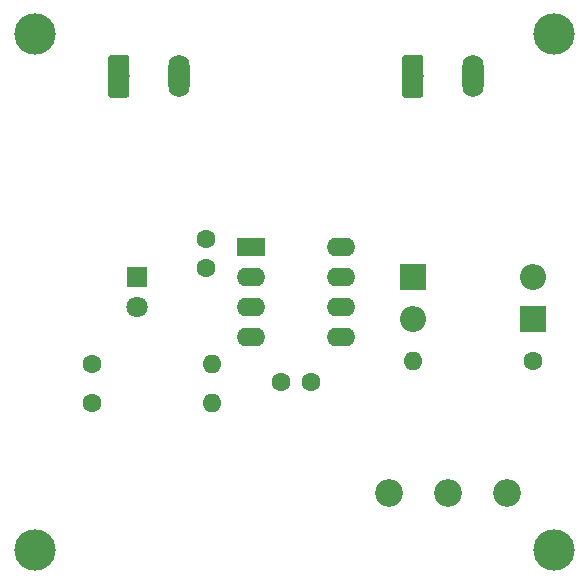
<source format=gtl>
G04 #@! TF.GenerationSoftware,KiCad,Pcbnew,5.0.2-bee76a0~70~ubuntu18.04.1*
G04 #@! TF.CreationDate,2019-02-10T17:06:00-02:00*
G04 #@! TF.ProjectId,555-gerador-PWM-r01,3535352d-6765-4726-9164-6f722d50574d,rev?*
G04 #@! TF.SameCoordinates,Original*
G04 #@! TF.FileFunction,Copper,L1,Top*
G04 #@! TF.FilePolarity,Positive*
%FSLAX46Y46*%
G04 Gerber Fmt 4.6, Leading zero omitted, Abs format (unit mm)*
G04 Created by KiCad (PCBNEW 5.0.2-bee76a0~70~ubuntu18.04.1) date dom 10 fev 2019 17:06:00 -02*
%MOMM*%
%LPD*%
G01*
G04 APERTURE LIST*
G04 #@! TA.AperFunction,ComponentPad*
%ADD10O,1.800000X3.600000*%
G04 #@! TD*
G04 #@! TA.AperFunction,Conductor*
%ADD11C,0.100000*%
G04 #@! TD*
G04 #@! TA.AperFunction,ComponentPad*
%ADD12C,1.800000*%
G04 #@! TD*
G04 #@! TA.AperFunction,ComponentPad*
%ADD13C,2.340000*%
G04 #@! TD*
G04 #@! TA.AperFunction,ComponentPad*
%ADD14C,1.600000*%
G04 #@! TD*
G04 #@! TA.AperFunction,ComponentPad*
%ADD15O,2.200000X2.200000*%
G04 #@! TD*
G04 #@! TA.AperFunction,ComponentPad*
%ADD16R,2.200000X2.200000*%
G04 #@! TD*
G04 #@! TA.AperFunction,ComponentPad*
%ADD17R,1.800000X1.800000*%
G04 #@! TD*
G04 #@! TA.AperFunction,ComponentPad*
%ADD18R,2.400000X1.600000*%
G04 #@! TD*
G04 #@! TA.AperFunction,ComponentPad*
%ADD19O,2.400000X1.600000*%
G04 #@! TD*
G04 #@! TA.AperFunction,ComponentPad*
%ADD20O,1.600000X1.600000*%
G04 #@! TD*
G04 #@! TA.AperFunction,ViaPad*
%ADD21C,3.500000*%
G04 #@! TD*
G04 APERTURE END LIST*
D10*
G04 #@! TO.P,J2,2*
G04 #@! TO.N,GND*
X155956000Y-90424000D03*
D11*
G04 #@! TD*
G04 #@! TO.N,VDC*
G04 #@! TO.C,J2*
G36*
X151550504Y-88625204D02*
X151574773Y-88628804D01*
X151598571Y-88634765D01*
X151621671Y-88643030D01*
X151643849Y-88653520D01*
X151664893Y-88666133D01*
X151684598Y-88680747D01*
X151702777Y-88697223D01*
X151719253Y-88715402D01*
X151733867Y-88735107D01*
X151746480Y-88756151D01*
X151756970Y-88778329D01*
X151765235Y-88801429D01*
X151771196Y-88825227D01*
X151774796Y-88849496D01*
X151776000Y-88874000D01*
X151776000Y-91974000D01*
X151774796Y-91998504D01*
X151771196Y-92022773D01*
X151765235Y-92046571D01*
X151756970Y-92069671D01*
X151746480Y-92091849D01*
X151733867Y-92112893D01*
X151719253Y-92132598D01*
X151702777Y-92150777D01*
X151684598Y-92167253D01*
X151664893Y-92181867D01*
X151643849Y-92194480D01*
X151621671Y-92204970D01*
X151598571Y-92213235D01*
X151574773Y-92219196D01*
X151550504Y-92222796D01*
X151526000Y-92224000D01*
X150226000Y-92224000D01*
X150201496Y-92222796D01*
X150177227Y-92219196D01*
X150153429Y-92213235D01*
X150130329Y-92204970D01*
X150108151Y-92194480D01*
X150087107Y-92181867D01*
X150067402Y-92167253D01*
X150049223Y-92150777D01*
X150032747Y-92132598D01*
X150018133Y-92112893D01*
X150005520Y-92091849D01*
X149995030Y-92069671D01*
X149986765Y-92046571D01*
X149980804Y-92022773D01*
X149977204Y-91998504D01*
X149976000Y-91974000D01*
X149976000Y-88874000D01*
X149977204Y-88849496D01*
X149980804Y-88825227D01*
X149986765Y-88801429D01*
X149995030Y-88778329D01*
X150005520Y-88756151D01*
X150018133Y-88735107D01*
X150032747Y-88715402D01*
X150049223Y-88697223D01*
X150067402Y-88680747D01*
X150087107Y-88666133D01*
X150108151Y-88653520D01*
X150130329Y-88643030D01*
X150153429Y-88634765D01*
X150177227Y-88628804D01*
X150201496Y-88625204D01*
X150226000Y-88624000D01*
X151526000Y-88624000D01*
X151550504Y-88625204D01*
X151550504Y-88625204D01*
G37*
D12*
G04 #@! TO.P,J2,1*
G04 #@! TO.N,VDC*
X150876000Y-90424000D03*
G04 #@! TD*
D11*
G04 #@! TO.N,Net-(J1-Pad1)*
G04 #@! TO.C,J1*
G36*
X126658504Y-88625204D02*
X126682773Y-88628804D01*
X126706571Y-88634765D01*
X126729671Y-88643030D01*
X126751849Y-88653520D01*
X126772893Y-88666133D01*
X126792598Y-88680747D01*
X126810777Y-88697223D01*
X126827253Y-88715402D01*
X126841867Y-88735107D01*
X126854480Y-88756151D01*
X126864970Y-88778329D01*
X126873235Y-88801429D01*
X126879196Y-88825227D01*
X126882796Y-88849496D01*
X126884000Y-88874000D01*
X126884000Y-91974000D01*
X126882796Y-91998504D01*
X126879196Y-92022773D01*
X126873235Y-92046571D01*
X126864970Y-92069671D01*
X126854480Y-92091849D01*
X126841867Y-92112893D01*
X126827253Y-92132598D01*
X126810777Y-92150777D01*
X126792598Y-92167253D01*
X126772893Y-92181867D01*
X126751849Y-92194480D01*
X126729671Y-92204970D01*
X126706571Y-92213235D01*
X126682773Y-92219196D01*
X126658504Y-92222796D01*
X126634000Y-92224000D01*
X125334000Y-92224000D01*
X125309496Y-92222796D01*
X125285227Y-92219196D01*
X125261429Y-92213235D01*
X125238329Y-92204970D01*
X125216151Y-92194480D01*
X125195107Y-92181867D01*
X125175402Y-92167253D01*
X125157223Y-92150777D01*
X125140747Y-92132598D01*
X125126133Y-92112893D01*
X125113520Y-92091849D01*
X125103030Y-92069671D01*
X125094765Y-92046571D01*
X125088804Y-92022773D01*
X125085204Y-91998504D01*
X125084000Y-91974000D01*
X125084000Y-88874000D01*
X125085204Y-88849496D01*
X125088804Y-88825227D01*
X125094765Y-88801429D01*
X125103030Y-88778329D01*
X125113520Y-88756151D01*
X125126133Y-88735107D01*
X125140747Y-88715402D01*
X125157223Y-88697223D01*
X125175402Y-88680747D01*
X125195107Y-88666133D01*
X125216151Y-88653520D01*
X125238329Y-88643030D01*
X125261429Y-88634765D01*
X125285227Y-88628804D01*
X125309496Y-88625204D01*
X125334000Y-88624000D01*
X126634000Y-88624000D01*
X126658504Y-88625204D01*
X126658504Y-88625204D01*
G37*
D12*
G04 #@! TD*
G04 #@! TO.P,J1,1*
G04 #@! TO.N,Net-(J1-Pad1)*
X125984000Y-90424000D03*
D10*
G04 #@! TO.P,J1,2*
G04 #@! TO.N,GND*
X131064000Y-90424000D03*
G04 #@! TD*
D13*
G04 #@! TO.P,RV1,1*
G04 #@! TO.N,Net-(D2-Pad2)*
X148844000Y-125730000D03*
G04 #@! TO.P,RV1,2*
G04 #@! TO.N,Net-(C1-Pad1)*
X153844000Y-125730000D03*
G04 #@! TO.P,RV1,3*
G04 #@! TO.N,Net-(D1-Pad1)*
X158844000Y-125730000D03*
G04 #@! TD*
D14*
G04 #@! TO.P,C2,2*
G04 #@! TO.N,GND*
X139740000Y-116332000D03*
G04 #@! TO.P,C2,1*
G04 #@! TO.N,Net-(C2-Pad1)*
X142240000Y-116332000D03*
G04 #@! TD*
G04 #@! TO.P,C1,1*
G04 #@! TO.N,Net-(C1-Pad1)*
X133350000Y-106680000D03*
G04 #@! TO.P,C1,2*
G04 #@! TO.N,GND*
X133350000Y-104180000D03*
G04 #@! TD*
D15*
G04 #@! TO.P,D2,2*
G04 #@! TO.N,Net-(D2-Pad2)*
X161036000Y-107442000D03*
D16*
G04 #@! TO.P,D2,1*
G04 #@! TO.N,Net-(D1-Pad2)*
X150876000Y-107442000D03*
G04 #@! TD*
G04 #@! TO.P,D1,1*
G04 #@! TO.N,Net-(D1-Pad1)*
X161036000Y-110998000D03*
D15*
G04 #@! TO.P,D1,2*
G04 #@! TO.N,Net-(D1-Pad2)*
X150876000Y-110998000D03*
G04 #@! TD*
D17*
G04 #@! TO.P,D3,1*
G04 #@! TO.N,GND*
X127508000Y-107442000D03*
D12*
G04 #@! TO.P,D3,2*
G04 #@! TO.N,Net-(D3-Pad2)*
X127508000Y-109982000D03*
G04 #@! TD*
D18*
G04 #@! TO.P,U1,1*
G04 #@! TO.N,GND*
X137160000Y-104902000D03*
D19*
G04 #@! TO.P,U1,5*
G04 #@! TO.N,Net-(C2-Pad1)*
X144780000Y-112522000D03*
G04 #@! TO.P,U1,2*
G04 #@! TO.N,Net-(C1-Pad1)*
X137160000Y-107442000D03*
G04 #@! TO.P,U1,6*
X144780000Y-109982000D03*
G04 #@! TO.P,U1,3*
G04 #@! TO.N,Net-(R2-Pad2)*
X137160000Y-109982000D03*
G04 #@! TO.P,U1,7*
G04 #@! TO.N,Net-(D1-Pad2)*
X144780000Y-107442000D03*
G04 #@! TO.P,U1,4*
G04 #@! TO.N,VDC*
X137160000Y-112522000D03*
G04 #@! TO.P,U1,8*
X144780000Y-104902000D03*
G04 #@! TD*
D14*
G04 #@! TO.P,R3,1*
G04 #@! TO.N,Net-(J1-Pad1)*
X123698000Y-118110000D03*
D20*
G04 #@! TO.P,R3,2*
G04 #@! TO.N,Net-(R2-Pad2)*
X133858000Y-118110000D03*
G04 #@! TD*
G04 #@! TO.P,R2,2*
G04 #@! TO.N,Net-(R2-Pad2)*
X133858000Y-114808000D03*
D14*
G04 #@! TO.P,R2,1*
G04 #@! TO.N,Net-(D3-Pad2)*
X123698000Y-114808000D03*
G04 #@! TD*
G04 #@! TO.P,R1,1*
G04 #@! TO.N,VDC*
X161036000Y-114554000D03*
D20*
G04 #@! TO.P,R1,2*
G04 #@! TO.N,Net-(D1-Pad2)*
X150876000Y-114554000D03*
G04 #@! TD*
D21*
G04 #@! TO.N,GND*
X118872000Y-130556000D03*
X162814000Y-130556000D03*
X162814000Y-86868000D03*
X118872000Y-86868000D03*
G04 #@! TD*
M02*

</source>
